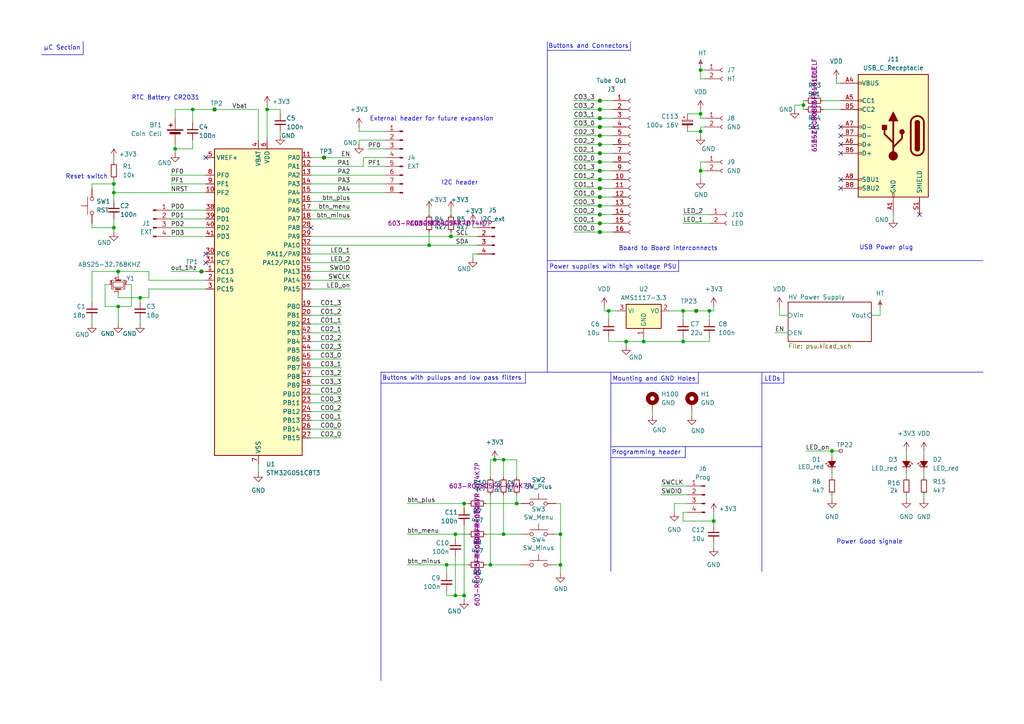
<source format=kicad_sch>
(kicad_sch (version 20250114) (generator "eeschema") (generator_version "9.0")
  (paper "A4")
  (title_block (title "Nixie Tube Clock") (date "2024-10-17") (rev "2.0") (company "C-Audio"))
  (text "Board to Board interconnects" (at 193.802 72.136 0) (effects (font (size 1.27 1.27))))
  (text "RTC Battery CR2031" (at 48.006 28.448 0) (effects (font (size 1.27 1.27))))
  (text "µC Section" (at 18.034 13.97 0) (effects (font (size 1.27 1.27))))
  (text "Programming header" (at 187.452 131.318 0) (effects (font (size 1.27 1.27))))
  (text "External header for future expansion" (at 125.222 34.544 0) (effects (font (size 1.27 1.27))))
  (text "Mounting and GND Holes" (at 189.738 109.982 0) (effects (font (size 1.27 1.27))))
  (text "Power supplies with high voltage PSU" (at 177.8 77.47 0) (effects (font (size 1.27 1.27))))
  (text "Buttons with pullups and low pass filters\n" (at 131.064 109.728 0) (effects (font (size 1.27 1.27))))
  (text "Power Good signale" (at 252.222 157.226 0) (effects (font (size 1.27 1.27))))
  (text "I2C header" (at 133.35 53.086 0) (effects (font (size 1.27 1.27))))
  (text "USB Power plug" (at 257.048 71.882 0) (effects (font (size 1.27 1.27))))
  (text "Reset switch" (at 25.146 51.308 0) (effects (font (size 1.27 1.27))))
  (text "LEDs" (at 224.028 109.982 0) (effects (font (size 1.27 1.27))))
  (text "Buttons and Connectors" (at 170.688 13.462 0) (effects (font (size 1.27 1.27))))
  (junction (at 40.64 86.36))
  (junction (at 34.29 88.9))
  (junction (at 205.74 90.17))
  (junction (at 181.61 99.06))
  (junction (at 58.42 78.74))
  (junction (at 143.51 133.35))
  (junction (at 233.045 30.48))
  (junction (at 62.23 31.75))
  (junction (at 173.99 67.31))
  (junction (at 173.99 54.61))
  (junction (at 173.99 59.69))
  (junction (at 203.2 38.1))
  (junction (at 173.99 34.29))
  (junction (at 173.99 62.23))
  (junction (at 198.12 99.06))
  (junction (at 241.3 130.81))
  (junction (at 173.99 36.83))
  (junction (at 198.12 90.17))
  (junction (at 173.99 29.21))
  (junction (at 173.99 52.07))
  (junction (at 34.29 78.74))
  (junction (at 176.53 90.17))
  (junction (at 134.62 146.05))
  (junction (at 134.62 172.72))
  (junction (at 203.2 49.53))
  (junction (at 33.02 53.34))
  (junction (at 50.8 43.18))
  (junction (at 162.56 154.94))
  (junction (at 173.99 57.15))
  (junction (at 173.99 41.91))
  (junction (at 33.02 66.04))
  (junction (at 77.47 31.75))
  (junction (at 93.98 45.72))
  (junction (at 146.05 154.94))
  (junction (at 203.2 33.02))
  (junction (at 203.2 20.32))
  (junction (at 142.24 163.83))
  (junction (at 132.08 172.72))
  (junction (at 173.99 44.45))
  (junction (at 132.08 154.94))
  (junction (at 149.86 146.05))
  (junction (at 162.56 163.83))
  (junction (at 173.99 49.53))
  (junction (at 130.81 68.58))
  (junction (at 129.54 163.83))
  (junction (at 173.99 31.75))
  (junction (at 173.99 46.99))
  (junction (at 207.01 151.13))
  (junction (at 124.46 71.12))
  (junction (at 55.88 31.75))
  (junction (at 33.02 55.88))
  (junction (at 201.93 90.17))
  (junction (at 146.05 133.35))
  (junction (at 186.69 99.06))
  (junction (at 173.99 39.37))
  (junction (at 173.99 64.77))
  (no_connect (at 243.84 41.91))
  (no_connect (at 243.84 44.45))
  (no_connect (at 266.7 62.23))
  (no_connect (at 243.84 39.37))
  (no_connect (at 59.69 45.72))
  (no_connect (at 90.17 66.04))
  (no_connect (at 59.69 76.2))
  (no_connect (at 243.84 36.83))
  (no_connect (at 243.84 52.07))
  (no_connect (at 243.84 54.61))
  (no_connect (at 59.69 73.66))
  (wire (pts (xy 50.8 44.45) (xy 50.8 43.18)))
  (wire (pts (xy 198.12 92.71) (xy 198.12 90.17)))
  (wire (pts (xy 207.01 90.17) (xy 205.74 90.17)))
  (wire (pts (xy 142.24 133.35) (xy 143.51 133.35)))
  (wire (pts (xy 203.2 31.75) (xy 203.2 33.02)))
  (wire (pts (xy 146.05 133.35) (xy 149.86 133.35)))
  (wire (pts (xy 118.11 154.94) (xy 132.08 154.94)))
  (wire (pts (xy 34.29 88.9) (xy 30.48 88.9)))
  (wire (pts (xy 26.67 53.34) (xy 26.67 54.61)))
  (wire (pts (xy 176.53 90.17) (xy 179.07 90.17)))
  (wire (pts (xy 49.53 60.96) (xy 59.69 60.96)))
  (wire (pts (xy 33.02 45.72) (xy 33.02 46.99)))
  (wire (pts (xy 226.06 91.44) (xy 226.06 88.9)))
  (wire (pts (xy 26.67 64.77) (xy 26.67 66.04)))
  (wire (pts (xy 173.99 39.37) (xy 166.37 39.37)))
  (polyline (pts (xy 24.13 12.065) (xy 24.13 15.875)))
  (wire (pts (xy 105.41 45.72) (xy 111.76 45.72)))
  (wire (pts (xy 177.8 57.15) (xy 173.99 57.15)))
  (wire (pts (xy 262.89 137.16) (xy 262.89 138.43)))
  (wire (pts (xy 101.6 78.74) (xy 90.17 78.74)))
  (wire (pts (xy 207.01 88.9) (xy 207.01 90.17)))
  (wire (pts (xy 134.62 172.72) (xy 134.62 152.4)))
  (wire (pts (xy 132.08 161.29) (xy 132.08 172.72)))
  (wire (pts (xy 198.12 64.77) (xy 205.74 64.77)))
  (wire (pts (xy 43.18 83.82) (xy 43.18 86.36)))
  (wire (pts (xy 230.505 30.48) (xy 230.505 31.75)))
  (wire (pts (xy 30.48 88.9) (xy 30.48 82.55)))
  (polyline (pts (xy 177.165 107.95) (xy 177.165 165.735)))
  (wire (pts (xy 198.12 90.17) (xy 194.31 90.17)))
  (wire (pts (xy 90.17 68.58) (xy 130.81 68.58)))
  (wire (pts (xy 207.01 151.13) (xy 207.01 152.4)))
  (wire (pts (xy 49.53 78.74) (xy 58.42 78.74)))
  (wire (pts (xy 55.88 43.18) (xy 50.8 43.18)))
  (wire (pts (xy 149.86 133.35) (xy 149.86 138.43)))
  (wire (pts (xy 233.045 30.48) (xy 230.505 30.48)))
  (wire (pts (xy 43.18 86.36) (xy 40.64 86.36)))
  (wire (pts (xy 166.37 64.77) (xy 173.99 64.77)))
  (wire (pts (xy 34.29 86.36) (xy 34.29 85.09)))
  (wire (pts (xy 130.81 60.96) (xy 130.81 62.23)))
  (wire (pts (xy 90.17 53.34) (xy 111.76 53.34)))
  (wire (pts (xy 186.69 99.06) (xy 198.12 99.06)))
  (wire (pts (xy 242.57 22.86) (xy 242.57 24.13)))
  (wire (pts (xy 43.18 78.74) (xy 34.29 78.74)))
  (wire (pts (xy 38.1 88.9) (xy 34.29 88.9)))
  (wire (pts (xy 99.06 91.44) (xy 90.17 91.44)))
  (wire (pts (xy 43.18 81.28) (xy 43.18 78.74)))
  (wire (pts (xy 26.67 92.71) (xy 26.67 93.98)))
  (wire (pts (xy 262.89 130.81) (xy 262.89 132.08)))
  (wire (pts (xy 177.8 67.31) (xy 173.99 67.31)))
  (wire (pts (xy 233.045 31.75) (xy 233.045 30.48)))
  (wire (pts (xy 173.99 44.45) (xy 166.37 44.45)))
  (polyline (pts (xy 158.75 107.95) (xy 285.115 107.95)))
  (wire (pts (xy 33.02 53.34) (xy 26.67 53.34)))
  (wire (pts (xy 33.02 55.88) (xy 59.69 55.88)))
  (wire (pts (xy 90.17 50.8) (xy 111.76 50.8)))
  (wire (pts (xy 146.05 143.51) (xy 146.05 154.94)))
  (wire (pts (xy 189.23 120.65) (xy 189.23 119.38)))
  (wire (pts (xy 177.8 49.53) (xy 173.99 49.53)))
  (polyline (pts (xy 110.49 111.125) (xy 152.4 111.125)))
  (wire (pts (xy 207.01 157.48) (xy 207.01 158.75)))
  (wire (pts (xy 26.67 78.74) (xy 26.67 87.63)))
  (wire (pts (xy 33.02 63.5) (xy 33.02 66.04)))
  (wire (pts (xy 149.86 146.05) (xy 151.13 146.05)))
  (wire (pts (xy 140.97 154.94) (xy 146.05 154.94)))
  (wire (pts (xy 238.76 29.21) (xy 243.84 29.21)))
  (wire (pts (xy 267.97 130.81) (xy 267.97 132.08)))
  (wire (pts (xy 134.62 172.72) (xy 134.62 173.99)))
  (wire (pts (xy 74.93 31.75) (xy 62.23 31.75)))
  (wire (pts (xy 99.06 93.98) (xy 90.17 93.98)))
  (wire (pts (xy 181.61 99.06) (xy 181.61 100.33)))
  (wire (pts (xy 177.8 54.61) (xy 173.99 54.61)))
  (wire (pts (xy 199.39 33.02) (xy 203.2 33.02)))
  (wire (pts (xy 124.46 67.31) (xy 124.46 71.12)))
  (wire (pts (xy 132.08 172.72) (xy 129.54 172.72)))
  (wire (pts (xy 205.74 92.71) (xy 205.74 90.17)))
  (wire (pts (xy 203.2 49.53) (xy 203.2 46.99)))
  (wire (pts (xy 173.99 62.23) (xy 166.37 62.23)))
  (wire (pts (xy 166.37 54.61) (xy 173.99 54.61)))
  (wire (pts (xy 177.8 52.07) (xy 173.99 52.07)))
  (wire (pts (xy 105.41 48.26) (xy 105.41 45.72)))
  (wire (pts (xy 142.24 143.51) (xy 142.24 163.83)))
  (wire (pts (xy 90.17 83.82) (xy 101.6 83.82)))
  (wire (pts (xy 161.29 154.94) (xy 162.56 154.94)))
  (wire (pts (xy 55.88 31.75) (xy 55.88 35.56)))
  (wire (pts (xy 36.83 82.55) (xy 38.1 82.55)))
  (wire (pts (xy 33.02 52.07) (xy 33.02 53.34)))
  (wire (pts (xy 177.8 34.29) (xy 173.99 34.29)))
  (wire (pts (xy 99.06 116.84) (xy 90.17 116.84)))
  (wire (pts (xy 177.8 41.91) (xy 173.99 41.91)))
  (wire (pts (xy 203.2 33.02) (xy 203.2 34.29)))
  (polyline (pts (xy 177.165 129.54) (xy 220.98 129.54)))
  (wire (pts (xy 93.98 45.72) (xy 90.17 45.72)))
  (wire (pts (xy 99.06 104.14) (xy 90.17 104.14)))
  (wire (pts (xy 203.2 38.1) (xy 203.2 39.37)))
  (wire (pts (xy 104.14 36.83) (xy 104.14 38.1)))
  (wire (pts (xy 161.29 163.83) (xy 162.56 163.83)))
  (wire (pts (xy 173.99 59.69) (xy 166.37 59.69)))
  (wire (pts (xy 166.37 31.75) (xy 173.99 31.75)))
  (wire (pts (xy 198.12 148.59) (xy 198.12 151.13)))
  (wire (pts (xy 55.88 40.64) (xy 55.88 43.18)))
  (wire (pts (xy 34.29 88.9) (xy 34.29 93.98)))
  (wire (pts (xy 40.64 86.36) (xy 40.64 87.63)))
  (wire (pts (xy 137.16 74.93) (xy 137.16 73.66)))
  (wire (pts (xy 101.6 45.72) (xy 93.98 45.72)))
  (wire (pts (xy 138.43 68.58) (xy 130.81 68.58)))
  (wire (pts (xy 138.43 71.12) (xy 124.46 71.12)))
  (wire (pts (xy 90.17 55.88) (xy 111.76 55.88)))
  (polyline (pts (xy 12.065 15.875) (xy 24.13 15.875)))
  (wire (pts (xy 177.8 59.69) (xy 173.99 59.69)))
  (wire (pts (xy 99.06 124.46) (xy 90.17 124.46)))
  (wire (pts (xy 99.06 121.92) (xy 90.17 121.92)))
  (wire (pts (xy 205.74 99.06) (xy 205.74 97.79)))
  (wire (pts (xy 101.6 63.5) (xy 90.17 63.5)))
  (polyline (pts (xy 198.755 132.715) (xy 198.755 129.54)))
  (wire (pts (xy 99.06 88.9) (xy 90.17 88.9)))
  (wire (pts (xy 162.56 154.94) (xy 162.56 146.05)))
  (wire (pts (xy 142.24 138.43) (xy 142.24 133.35)))
  (wire (pts (xy 205.74 62.23) (xy 198.12 62.23)))
  (polyline (pts (xy 182.88 12.065) (xy 182.88 14.605)))
  (wire (pts (xy 233.045 29.21) (xy 233.68 29.21)))
  (wire (pts (xy 104.14 38.1) (xy 111.76 38.1)))
  (wire (pts (xy 173.99 29.21) (xy 166.37 29.21)))
  (wire (pts (xy 259.08 63.5) (xy 259.08 62.23)))
  (wire (pts (xy 59.69 83.82) (xy 43.18 83.82)))
  (wire (pts (xy 40.64 86.36) (xy 34.29 86.36)))
  (wire (pts (xy 252.73 91.44) (xy 255.27 91.44)))
  (wire (pts (xy 124.46 60.96) (xy 124.46 62.23)))
  (wire (pts (xy 177.8 29.21) (xy 173.99 29.21)))
  (wire (pts (xy 203.2 38.1) (xy 199.39 38.1)))
  (wire (pts (xy 195.58 146.05) (xy 199.39 146.05)))
  (wire (pts (xy 241.3 137.16) (xy 241.3 138.43)))
  (wire (pts (xy 177.8 62.23) (xy 173.99 62.23)))
  (wire (pts (xy 81.28 39.37) (xy 81.28 38.1)))
  (wire (pts (xy 104.14 40.64) (xy 104.14 41.91)))
  (wire (pts (xy 241.3 143.51) (xy 241.3 144.78)))
  (wire (pts (xy 90.17 71.12) (xy 124.46 71.12)))
  (wire (pts (xy 49.53 68.58) (xy 59.69 68.58)))
  (polyline (pts (xy 202.565 111.125) (xy 202.565 107.95)))
  (wire (pts (xy 33.02 55.88) (xy 33.02 58.42)))
  (wire (pts (xy 99.06 114.3) (xy 90.17 114.3)))
  (wire (pts (xy 143.51 133.35) (xy 146.05 133.35)))
  (wire (pts (xy 49.53 53.34) (xy 59.69 53.34)))
  (wire (pts (xy 33.02 66.04) (xy 33.02 67.31)))
  (wire (pts (xy 177.8 46.99) (xy 173.99 46.99)))
  (wire (pts (xy 111.76 40.64) (xy 104.14 40.64)))
  (wire (pts (xy 81.28 31.75) (xy 81.28 33.02)))
  (wire (pts (xy 203.2 19.05) (xy 203.2 20.32)))
  (polyline (pts (xy 220.98 111.125) (xy 227.33 111.125)))
  (polyline (pts (xy 158.75 75.565) (xy 158.75 107.95)))
  (wire (pts (xy 26.67 66.04) (xy 33.02 66.04)))
  (polyline (pts (xy 158.75 75.565) (xy 285.115 75.565)))
  (wire (pts (xy 43.18 81.28) (xy 59.69 81.28)))
  (wire (pts (xy 238.76 31.75) (xy 243.84 31.75)))
  (wire (pts (xy 129.54 166.37) (xy 129.54 163.83)))
  (wire (pts (xy 49.53 66.04) (xy 59.69 66.04)))
  (wire (pts (xy 134.62 172.72) (xy 132.08 172.72)))
  (wire (pts (xy 99.06 111.76) (xy 90.17 111.76)))
  (wire (pts (xy 162.56 146.05) (xy 161.29 146.05)))
  (wire (pts (xy 166.37 46.99) (xy 173.99 46.99)))
  (wire (pts (xy 200.66 119.38) (xy 200.66 120.65)))
  (wire (pts (xy 166.37 34.29) (xy 173.99 34.29)))
  (wire (pts (xy 191.77 143.51) (xy 199.39 143.51)))
  (wire (pts (xy 74.93 134.62) (xy 74.93 137.16)))
  (wire (pts (xy 203.2 52.07) (xy 203.2 49.53)))
  (polyline (pts (xy 158.75 14.605) (xy 182.88 14.605)))
  (wire (pts (xy 176.53 97.79) (xy 176.53 99.06)))
  (wire (pts (xy 166.37 36.83) (xy 173.99 36.83)))
  (wire (pts (xy 142.24 163.83) (xy 151.13 163.83)))
  (wire (pts (xy 99.06 96.52) (xy 90.17 96.52)))
  (wire (pts (xy 106.68 48.26) (xy 111.76 48.26)))
  (wire (pts (xy 132.08 154.94) (xy 135.89 154.94)))
  (wire (pts (xy 101.6 73.66) (xy 90.17 73.66)))
  (wire (pts (xy 132.08 156.21) (xy 132.08 154.94)))
  (wire (pts (xy 173.99 52.07) (xy 166.37 52.07)))
  (wire (pts (xy 77.47 31.75) (xy 81.28 31.75)))
  (wire (pts (xy 175.26 88.9) (xy 175.26 90.17)))
  (wire (pts (xy 198.12 99.06) (xy 198.12 97.79)))
  (wire (pts (xy 90.17 81.28) (xy 101.6 81.28)))
  (wire (pts (xy 242.57 24.13) (xy 243.84 24.13)))
  (polyline (pts (xy 110.49 107.95) (xy 110.49 197.485)))
  (wire (pts (xy 149.86 143.51) (xy 149.86 146.05)))
  (wire (pts (xy 177.8 31.75) (xy 173.99 31.75)))
  (wire (pts (xy 140.97 163.83) (xy 142.24 163.83)))
  (wire (pts (xy 138.43 66.04) (xy 137.16 66.04)))
  (wire (pts (xy 129.54 171.45) (xy 129.54 172.72)))
  (wire (pts (xy 186.69 99.06) (xy 186.69 97.79)))
  (wire (pts (xy 199.39 148.59) (xy 198.12 148.59)))
  (wire (pts (xy 207.01 151.13) (xy 207.01 148.59)))
  (wire (pts (xy 191.77 140.97) (xy 199.39 140.97)))
  (wire (pts (xy 146.05 154.94) (xy 151.13 154.94)))
  (wire (pts (xy 90.17 48.26) (xy 105.41 48.26)))
  (wire (pts (xy 58.42 78.74) (xy 59.69 78.74)))
  (wire (pts (xy 198.12 99.06) (xy 205.74 99.06)))
  (wire (pts (xy 175.26 90.17) (xy 176.53 90.17)))
  (wire (pts (xy 241.3 130.81) (xy 241.3 132.08)))
  (polyline (pts (xy 227.33 111.125) (xy 227.33 107.95)))
  (wire (pts (xy 204.47 49.53) (xy 203.2 49.53)))
  (wire (pts (xy 177.8 39.37) (xy 173.99 39.37)))
  (wire (pts (xy 77.47 30.48) (xy 77.47 31.75)))
  (wire (pts (xy 262.89 143.51) (xy 262.89 144.78)))
  (wire (pts (xy 198.12 151.13) (xy 207.01 151.13)))
  (wire (pts (xy 130.81 67.31) (xy 130.81 68.58)))
  (wire (pts (xy 224.79 96.52) (xy 228.6 96.52)))
  (wire (pts (xy 203.2 36.83) (xy 203.2 38.1)))
  (wire (pts (xy 201.93 90.17) (xy 205.74 90.17)))
  (polyline (pts (xy 220.98 107.95) (xy 220.98 165.735)))
  (wire (pts (xy 166.37 49.53) (xy 173.99 49.53)))
  (wire (pts (xy 30.48 82.55) (xy 31.75 82.55)))
  (polyline (pts (xy 177.165 111.125) (xy 202.565 111.125)))
  (wire (pts (xy 137.16 73.66) (xy 138.43 73.66)))
  (wire (pts (xy 204.47 20.32) (xy 203.2 20.32)))
  (wire (pts (xy 198.12 90.17) (xy 201.93 90.17)))
  (wire (pts (xy 99.06 106.68) (xy 90.17 106.68)))
  (wire (pts (xy 74.93 40.64) (xy 74.93 31.75)))
  (wire (pts (xy 203.2 22.86) (xy 204.47 22.86)))
  (wire (pts (xy 195.58 148.59) (xy 195.58 146.05)))
  (wire (pts (xy 203.2 36.83) (xy 204.47 36.83)))
  (wire (pts (xy 140.97 146.05) (xy 149.86 146.05)))
  (wire (pts (xy 101.6 76.2) (xy 90.17 76.2)))
  (wire (pts (xy 118.11 146.05) (xy 134.62 146.05)))
  (wire (pts (xy 176.53 99.06) (xy 181.61 99.06)))
  (wire (pts (xy 135.89 146.05) (xy 134.62 146.05)))
  (wire (pts (xy 173.99 67.31) (xy 166.37 67.31)))
  (wire (pts (xy 129.54 163.83) (xy 135.89 163.83)))
  (wire (pts (xy 55.88 31.75) (xy 50.8 31.75)))
  (wire (pts (xy 34.29 78.74) (xy 34.29 80.01)))
  (wire (pts (xy 101.6 60.96) (xy 90.17 60.96)))
  (wire (pts (xy 267.97 143.51) (xy 267.97 144.78)))
  (wire (pts (xy 146.05 133.35) (xy 146.05 138.43)))
  (polyline (pts (xy 152.4 111.125) (xy 152.4 107.95)))
  (wire (pts (xy 267.97 137.16) (xy 267.97 138.43)))
  (wire (pts (xy 203.2 34.29) (xy 204.47 34.29)))
  (wire (pts (xy 233.68 130.81) (xy 241.3 130.81)))
  (wire (pts (xy 99.06 119.38) (xy 90.17 119.38)))
  (polyline (pts (xy 158.75 12.065) (xy 158.75 75.565)))
  (wire (pts (xy 177.8 64.77) (xy 173.99 64.77)))
  (wire (pts (xy 33.02 53.34) (xy 33.02 55.88)))
  (wire (pts (xy 38.1 82.55) (xy 38.1 88.9)))
  (wire (pts (xy 173.99 57.15) (xy 166.37 57.15)))
  (wire (pts (xy 101.6 58.42) (xy 90.17 58.42)))
  (wire (pts (xy 203.2 46.99) (xy 204.47 46.99)))
  (wire (pts (xy 173.99 41.91) (xy 166.37 41.91)))
  (wire (pts (xy 50.8 31.75) (xy 50.8 34.29)))
  (wire (pts (xy 228.6 91.44) (xy 226.06 91.44)))
  (wire (pts (xy 233.045 30.48) (xy 233.045 29.21)))
  (polyline (pts (xy 177.165 132.715) (xy 198.755 132.715)))
  (wire (pts (xy 49.53 50.8) (xy 59.69 50.8)))
  (wire (pts (xy 106.68 43.18) (xy 111.76 43.18)))
  (wire (pts (xy 40.64 92.71) (xy 40.64 93.98)))
  (wire (pts (xy 99.06 127) (xy 90.17 127)))
  (wire (pts (xy 62.23 31.75) (xy 55.88 31.75)))
  (wire (pts (xy 90.17 109.22) (xy 99.06 109.22)))
  (wire (pts (xy 177.8 44.45) (xy 173.99 44.45)))
  (wire (pts (xy 203.2 20.32) (xy 203.2 22.86)))
  (wire (pts (xy 137.16 66.04) (xy 137.16 64.77)))
  (polyline (pts (xy 158.75 107.95) (xy 110.49 107.95)))
  (wire (pts (xy 49.53 63.5) (xy 59.69 63.5)))
  (wire (pts (xy 255.27 91.44) (xy 255.27 88.9)))
  (wire (pts (xy 177.8 36.83) (xy 173.99 36.83)))
  (wire (pts (xy 99.06 101.6) (xy 90.17 101.6)))
  (wire (pts (xy 134.62 147.32) (xy 134.62 146.05)))
  (polyline (pts (xy 158.75 78.74) (xy 196.85 78.74)))
  (wire (pts (xy 233.68 31.75) (xy 233.045 31.75)))
  (wire (pts (xy 118.11 163.83) (xy 129.54 163.83)))
  (polyline (pts (xy 196.85 78.74) (xy 196.85 75.565)))
  (wire (pts (xy 176.53 92.71) (xy 176.53 90.17)))
  (wire (pts (xy 50.8 41.91) (xy 50.8 43.18)))
  (wire (pts (xy 181.61 99.06) (xy 186.69 99.06)))
  (wire (pts (xy 77.47 40.64) (xy 77.47 31.75)))
  (wire (pts (xy 26.67 78.74) (xy 34.29 78.74)))
  (wire (pts (xy 162.56 166.37) (xy 162.56 163.83)))
  (wire (pts (xy 243.84 130.81) (xy 241.3 130.81)))
  (wire (pts (xy 99.06 99.06) (xy 90.17 99.06)))
  (wire (pts (xy 162.56 163.83) (xy 162.56 154.94)))
  (label "PF0" (at 49.53 50.8 0))
  (label "CO3_3" (at 166.37 29.21 0))
  (label "CO3_1" (at 99.06 106.68 180))
  (label "CO0_2" (at 166.37 62.23 0))
  (label "SWDIO" (at 101.6 78.74 180))
  (label "CO0_1" (at 99.06 121.92 180))
  (label "CO0_0" (at 99.06 124.46 180))
  (label "CO1_0" (at 166.37 57.15 0))
  (label "CO3_0" (at 99.06 104.14 180))
  (label "CO1_3" (at 166.37 49.53 0))
  (label "CO2_2" (at 99.06 99.06 180))
  (label "btn_minus" (at 118.11 163.83 0))
  (label "CO2_3" (at 166.37 39.37 0))
  (label "CO2_0" (at 99.06 127 180))
  (label "CO2_0" (at 166.37 46.99 0))
  (label "CO0_1" (at 166.37 64.77 0))
  (label "LED_on" (at 233.68 130.81 0))
  (label "LED_on" (at 101.6 83.82 180))
  (label "btn_menu" (at 118.11 154.94 0))
  (label "PD2" (at 49.53 66.04 0))
  (label "CO3_2" (at 166.37 31.75 0))
  (label "CO1_0" (at 99.06 114.3 180))
  (label "CO0_2" (at 99.06 119.38 180))
  (label "CO3_1" (at 166.37 34.29 0))
  (label "SDA" (at 135.89 71.12 180))
  (label "CO1_1" (at 166.37 54.61 0))
  (label "LED_2" (at 101.6 76.2 180))
  (label "EN" (at 101.6 45.72 180))
  (label "CO2_3" (at 99.06 101.6 180))
  (label "EN" (at 224.79 96.52 0))
  (label "btn_minus" (at 101.6 63.5 180))
  (label "PF0" (at 106.68 43.18 0))
  (label "CO1_1" (at 99.06 93.98 180))
  (label "PA4" (at 101.6 55.88 180))
  (label "PA3" (at 101.6 53.34 180))
  (label "LED_2" (at 198.12 62.23 0))
  (label "Vbat" (at 67.31 31.75 0))
  (label "LED_1" (at 198.12 64.77 0))
  (label "CO0_3" (at 99.06 116.84 180))
  (label "CO2_1" (at 99.06 96.52 180))
  (label "CO0_0" (at 166.37 67.31 0))
  (label "PD0" (at 49.53 60.96 0))
  (label "CO3_3" (at 99.06 111.76 180))
  (label "out_1hz" (at 49.53 78.74 0))
  (label "SWCLK" (at 101.6 81.28 180))
  (label "CO1_3" (at 99.06 88.9 180))
  (label "PF1" (at 106.68 48.26 0))
  (label "PA1" (at 101.6 48.26 180))
  (label "CO2_1" (at 166.37 44.45 0))
  (label "btn_menu" (at 101.6 60.96 180))
  (label "PD3" (at 49.53 68.58 0))
  (label "btn_plus" (at 101.6 58.42 180))
  (label "CO3_0" (at 166.37 36.83 0))
  (label "SWCLK" (at 191.77 140.97 0))
  (label "CO2_2" (at 166.37 41.91 0))
  (label "LED_1" (at 101.6 73.66 180))
  (label "CO1_2" (at 166.37 52.07 0))
  (label "SCL" (at 135.89 68.58 180))
  (label "CO3_2" (at 99.06 109.22 180))
  (label "CO1_2" (at 99.06 91.44 180))
  (label "NRST" (at 49.53 55.88 0))
  (label "PF1" (at 49.53 53.34 0))
  (label "btn_plus" (at 118.11 146.05 0))
  (label "PD1" (at 49.53 63.5 0))
  (label "PA2" (at 101.6 50.8 180))
  (label "SWDIO" (at 191.77 143.51 0))
  (label "CO0_3" (at 166.37 59.69 0))
  (symbol (lib_id "Device:R_Small") (at 130.81 64.77 0) (unit 1)
    (property "Reference" "R5" (at 132.3086 63.6016 0) (effects (justify left)))
    (property "Value" "4k7" (at 132.3086 65.913 0) (effects (justify left)))
    (property "Footprint" "Resistor_SMD:R_0805_2012Metric_Pad1.20x1.40mm_HandSolder" (effects (hide yes)))
    (property "Mouser Nr." " 603-RC0805FR-074K7P " (at 130.81 64.77 0))
  )
  (symbol (lib_id "Device:R_Small") (at 124.46 64.77 0) (unit 1)
    (property "Reference" "R4" (at 125.9586 63.6016 0) (effects (justify left)))
    (property "Value" "4k7" (at 125.9586 65.913 0) (effects (justify left)))
    (property "Footprint" "Resistor_SMD:R_0805_2012Metric_Pad1.20x1.40mm_HandSolder" (effects (hide yes)))
    (property "Mouser Nr." " 603-RC0805FR-074K7P " (at 124.46 64.77 0))
  )
  (symbol (lib_id "power:GND") (at 162.56 166.37 0) (unit 1)
    (property "Reference" "#PWR032" (effects (hide yes)))
    (property "Value" "GND" (at 162.687 170.7642 0))
  )
  (symbol (lib_id "Switch:SW_Push") (at 156.21 146.05 0) (unit 1)
    (property "Reference" "SW2" (at 156.21 139.192 0))
    (property "Value" "SW_Plus" (at 156.21 141.1224 0))
    (property "Footprint" "Button_Switch_THT:SW_Tactile_SPST_Angled_PTS645Vx31-2LFS" (effects (hide yes)))
  )
  (symbol (lib_id "Switch:SW_Push") (at 156.21 154.94 0) (unit 1)
    (property "Reference" "SW3" (at 156.21 147.701 0))
    (property "Value" "SW_Menu" (at 156.21 150.0124 0))
    (property "Footprint" "Button_Switch_THT:SW_Tactile_SPST_Angled_PTS645Vx31-2LFS" (effects (hide yes)))
  )
  (symbol (lib_id "Switch:SW_Push") (at 156.21 163.83 0) (unit 1)
    (property "Reference" "SW4" (at 156.21 156.591 0))
    (property "Value" "SW_Minus" (at 156.21 158.9024 0))
    (property "Footprint" "Button_Switch_THT:SW_Tactile_SPST_Angled_PTS645Vx31-2LFS" (effects (hide yes)))
  )
  (symbol (lib_id "power:GND") (at 203.2 39.37 0) (unit 1)
    (property "Reference" "#PWR029" (effects (hide yes)))
    (property "Value" "GND" (at 205.486 43.18 0))
  )
  (symbol (lib_id "power:GND") (at 203.2 52.07 0) (unit 1)
    (property "Reference" "#PWR030" (effects (hide yes)))
    (property "Value" "GND" (at 203.327 56.4642 0))
  )
  (symbol (lib_id "power:HT") (at 203.2 19.05 0) (unit 1)
    (property "Reference" "#PWR027" (effects (hide yes)))
    (property "Value" "HT" (at 203.708 15.4178 0))
  )
  (symbol (lib_name "GND_2") (lib_id "power:GND") (at 74.93 137.16 0) (unit 1)
    (property "Reference" "#PWR09" (effects (hide yes)))
    (property "Value" "GND" (at 74.93 142.24 0))
    (property "Description" "Power symbol creates a global label with name \"GND\" , ground" (effects (hide yes)))
  )
  (symbol (lib_name "GND_4") (lib_id "power:GND") (at 230.505 31.75 0) (unit 1)
    (property "Reference" "#PWR0114" (effects (hide yes)))
    (property "Value" "GND" (at 227.965 31.75 0))
  )
  (symbol (lib_name "GND_4") (lib_id "power:GND") (at 33.02 67.31 0) (unit 1)
    (property "Reference" "#PWR03" (effects (hide yes)))
    (property "Value" "GND" (at 30.226 70.358 0))
    (property "Description" "Power symbol creates a global label with name \"GND\" , ground" (effects (hide yes)))
  )
  (symbol (lib_id "power:VDD") (at 226.06 88.9 0) (unit 1)
    (property "Reference" "#PWR023" (effects (hide yes)))
    (property "Value" "VDD" (at 226.06 83.82 0))
    (property "Description" "Power symbol creates a global label with name \"VDD\"" (effects (hide yes)))
  )
  (symbol (lib_id "Device:R_Small") (at 138.43 146.05 90) (unit 1)
    (property "Reference" "R7" (at 138.43 148.336 90))
    (property "Value" "4k7" (at 138.43 150.876 90))
    (property "Footprint" "Resistor_SMD:R_0805_2012Metric_Pad1.20x1.40mm_HandSolder" (effects (hide yes)))
    (property "Description" "Resistor, small symbol" (effects (hide yes)))
    (property "Mouser Nr." " 603-RC0805FR-074K7P " (at 138.43 146.05 0))
  )
  (symbol (lib_id "Connector:TestPoint_Small") (at 173.99 57.15 0) (mirror x) (unit 1)
    (property "Reference" "TP15" (effects (hide yes)))
    (property "Value" "TestPoint_Small" (effects (hide yes)))
    (property "Footprint" "TestPoint:TestPoint_THTPad_D1.0mm_Drill0.5mm" (effects (hide yes)))
    (property "Description" "test point" (effects (hide yes)))
  )
  (symbol (lib_id "Device:C_Polarized_Small") (at 199.39 35.56 0) (unit 1)
    (property "Reference" "C113" (at 196.85 33.7438 0) (effects (justify right)))
    (property "Value" "100u 16V" (at 196.85 36.2838 0) (effects (justify right)))
    (property "Footprint" "Capacitor_SMD:CP_Elec_6.3x7.7" (effects (hide yes)))
    (property "Description" "Polarized capacitor, small symbol" (effects (hide yes)))
    (property "Mouser URL" "https://www.mouser.de/ProductDetail/Wurth-Elektronik/865080343009?qs=0KOYDY2FL28Gid9q%2FqirTQ%3D%3D" (effects (hide yes)))
    (property "Mouser Nr." "710-865080343009 " (effects (hide yes)))
  )
  (symbol (lib_id "Connector:TestPoint_Small") (at 173.99 44.45 0) (mirror x) (unit 1)
    (property "Reference" "TP10" (effects (hide yes)))
    (property "Value" "TestPoint_Small" (effects (hide yes)))
    (property "Footprint" "TestPoint:TestPoint_THTPad_D1.0mm_Drill0.5mm" (effects (hide yes)))
    (property "Description" "test point" (effects (hide yes)))
  )
  (symbol (lib_id "Device:C_Small") (at 207.01 154.94 0) (mirror y) (unit 1)
    (property "Reference" "C12" (at 204.47 153.6762 0) (effects (justify left)))
    (property "Value" "10u" (at 204.47 156.2162 0) (effects (justify left)))
    (property "Footprint" "Capacitor_SMD:C_0805_2012Metric_Pad1.18x1.45mm_HandSolder" (effects (hide yes)))
    (property "Description" "Unpolarized capacitor, small symbol" (effects (hide yes)))
    (property "Mouser Nr." " 187-CL21B106KPQNNNE " (effects (hide yes)))
  )
  (symbol (lib_id "Connector:TestPoint_Small") (at 243.84 130.81 0) (unit 1)
    (property "Reference" "TP22" (at 242.57 129.032 0) (effects (justify left)))
    (property "Value" "TestPoint_Small" (effects (hide yes)))
    (property "Footprint" "TestPoint:TestPoint_Pad_D1.5mm" (effects (hide yes)))
    (property "Description" "test point" (effects (hide yes)))
  )
  (symbol (lib_id "power:+3V3") (at 130.81 60.96 0) (unit 1)
    (property "Reference" "#PWR013" (effects (hide yes)))
    (property "Value" "+3V3" (at 133.35 57.912 0))
    (property "Description" "Power symbol creates a global label with name \"+3V3\"" (effects (hide yes)))
  )
  (symbol (lib_id "power:VDD") (at 242.57 22.86 0) (unit 1)
    (property "Reference" "#PWR0115" (effects (hide yes)))
    (property "Value" "VDD" (at 242.57 17.78 0))
    (property "Description" "Power symbol creates a global label with name \"VDD\"" (effects (hide yes)))
  )
  (symbol (lib_id "Connector:TestPoint_Small") (at 173.99 46.99 0) (mirror x) (unit 1)
    (property "Reference" "TP11" (effects (hide yes)))
    (property "Value" "TestPoint_Small" (effects (hide yes)))
    (property "Footprint" "TestPoint:TestPoint_THTPad_D1.0mm_Drill0.5mm" (effects (hide yes)))
    (property "Description" "test point" (effects (hide yes)))
  )
  (symbol (lib_id "Connector:Conn_01x02_Socket") (at 210.82 62.23 0) (unit 1)
    (property "Reference" "J10" (at 212.09 62.2299 0) (effects (justify left)))
    (property "Value" "LED" (at 212.09 64.7699 0) (effects (justify left)))
    (property "Footprint" "Connector_PinSocket_2.54mm:PinSocket_1x02_P2.54mm_Vertical" (effects (hide yes)))
    (property "Description" "Generic connector, single row, 01x02, script generated" (effects (hide yes)))
  )
  (symbol (lib_id "power:VDD") (at 203.2 31.75 0) (unit 1)
    (property "Reference" "#PWR017" (effects (hide yes)))
    (property "Value" "VDD" (at 203.2 26.67 0))
    (property "Description" "Power symbol creates a global label with name \"VDD\"" (effects (hide yes)))
  )
  (symbol (lib_id "Device:R_Small") (at 138.43 154.94 90) (unit 1)
    (property "Reference" "R8" (at 138.43 157.226 90))
    (property "Value" "4k7" (at 138.43 159.766 90))
    (property "Footprint" "Resistor_SMD:R_0805_2012Metric_Pad1.20x1.40mm_HandSolder" (effects (hide yes)))
    (property "Description" "Resistor, small symbol" (effects (hide yes)))
    (property "Mouser Nr." " 603-RC0805FR-074K7P " (at 138.43 154.94 0))
  )
  (symbol (lib_id "Connector:TestPoint_Small") (at 173.99 49.53 0) (mirror x) (unit 1)
    (property "Reference" "TP12" (effects (hide yes)))
    (property "Value" "TestPoint_Small" (effects (hide yes)))
    (property "Footprint" "TestPoint:TestPoint_THTPad_D1.0mm_Drill0.5mm" (effects (hide yes)))
    (property "Description" "test point" (effects (hide yes)))
  )
  (symbol (lib_name "GND_12") (lib_id "power:GND") (at 104.14 41.91 0) (unit 1)
    (property "Reference" "#PWR0127" (effects (hide yes)))
    (property "Value" "GND" (at 101.6 41.402 0))
    (property "Description" "Power symbol creates a global label with name \"GND\" , ground" (effects (hide yes)))
  )
  (symbol (lib_id "Device:Battery_Cell") (at 50.8 39.37 0) (mirror y) (unit 1)
    (property "Reference" "BT1" (at 46.99 36.2584 0) (effects (justify left)))
    (property "Value" "Coin Cell" (at 46.99 38.7984 0) (effects (justify left)))
    (property "Footprint" "Battery:BatteryHolder_Renata_SMTU2032-LF_1x2032" (effects (hide yes)))
    (property "Description" "Single-cell battery" (effects (hide yes)))
    (property "Mouser URL" "https://www.mouser.de/ProductDetail/Renata/SMTU2032-LF.TR?qs=ZH26iPUykMX3HPCVulIAgQ%3D%3D" (effects (hide yes)))
    (property "Mouser Nr." " 614-SMTU2032-LF.TR " (effects (hide yes)))
  )
  (symbol (lib_id "Connector:TestPoint_Small") (at 173.99 34.29 0) (mirror x) (unit 1)
    (property "Reference" "TP6" (effects (hide yes)))
    (property "Value" "TestPoint_Small" (effects (hide yes)))
    (property "Footprint" "TestPoint:TestPoint_THTPad_D1.0mm_Drill0.5mm" (effects (hide yes)))
    (property "Description" "test point" (effects (hide yes)))
  )
  (symbol (lib_id "Connector:Conn_01x16_Socket") (at 182.88 46.99 0) (unit 1)
    (property "Reference" "J3" (at 177.292 25.908 0))
    (property "Value" "Tube Out" (at 177.292 23.368 0))
    (property "Footprint" "Connector_PinSocket_2.54mm:PinSocket_2x08_P2.54mm_Vertical" (effects (hide yes)))
    (property "Description" "Generic connector, single row, 01x16, script generated" (effects (hide yes)))
  )
  (symbol (lib_id "Device:R_Small") (at 149.86 140.97 0) (mirror y) (unit 1)
    (property "Reference" "R12" (at 148.082 140.97 90))
    (property "Value" "4k7" (effects (hide yes)))
    (property "Footprint" "Resistor_SMD:R_0805_2012Metric_Pad1.20x1.40mm_HandSolder" (effects (hide yes)))
    (property "Description" "Resistor, small symbol" (effects (hide yes)))
    (property "Mouser Nr." " 603-RC0805FR-074K7P " (effects (hide yes)))
  )
  (symbol (lib_id "power:VDD") (at 267.97 130.81 0) (unit 1)
    (property "Reference" "#PWR019" (effects (hide yes)))
    (property "Value" "VDD" (at 267.97 125.73 0))
    (property "Description" "Power symbol creates a global label with name \"VDD\"" (effects (hide yes)))
  )
  (symbol (lib_id "Connector:TestPoint_Small") (at 173.99 31.75 0) (mirror x) (unit 1)
    (property "Reference" "TP5" (effects (hide yes)))
    (property "Value" "TestPoint_Small" (effects (hide yes)))
    (property "Footprint" "TestPoint:TestPoint_THTPad_D1.0mm_Drill0.5mm" (effects (hide yes)))
    (property "Description" "test point" (effects (hide yes)))
  )
  (symbol (lib_name "GND_9") (lib_id "power:GND") (at 259.08 63.5 0) (unit 1)
    (property "Reference" "#PWR0116" (effects (hide yes)))
    (property "Value" "GND" (at 255.778 63.754 0))
  )
  (symbol (lib_id "Connector:TestPoint_Small") (at 173.99 67.31 0) (mirror x) (unit 1)
    (property "Reference" "TP19" (effects (hide yes)))
    (property "Value" "TestPoint_Small" (effects (hide yes)))
    (property "Footprint" "TestPoint:TestPoint_THTPad_D1.0mm_Drill0.5mm" (effects (hide yes)))
    (property "Description" "test point" (effects (hide yes)))
  )
  (symbol (lib_id "Connector:TestPoint_Small") (at 173.99 41.91 0) (mirror x) (unit 1)
    (property "Reference" "TP9" (effects (hide yes)))
    (property "Value" "TestPoint_Small" (effects (hide yes)))
    (property "Footprint" "TestPoint:TestPoint_THTPad_D1.0mm_Drill0.5mm" (effects (hide yes)))
    (property "Description" "test point" (effects (hide yes)))
  )
  (symbol (lib_id "power:+3V3") (at 207.01 88.9 0) (unit 1)
    (property "Reference" "#PWR022" (effects (hide yes)))
    (property "Value" "+3V3" (at 207.01 83.82 0))
    (property "Description" "Power symbol creates a global label with name \"+3V3\"" (effects (hide yes)))
  )
  (symbol (lib_id "Device:R_Small") (at 236.22 31.75 270) (mirror x) (unit 1)
    (property "Reference" "R14" (at 234.315 34.29 90) (effects (justify left)))
    (property "Value" "5k1" (at 234.315 36.83 90) (effects (justify left)))
    (property "Footprint" "Resistor_SMD:R_0805_2012Metric_Pad1.20x1.40mm_HandSolder" (effects (hide yes)))
    (property "Mouser Nr." " 652-CR0805FX-5101ELF " (at 236.22 31.75 0))
  )
  (symbol (lib_id "Mechanical:MountingHole_Pad") (at 200.66 116.84 0) (unit 1) (exclude_from_sim yes) (in_bom no)
    (property "Reference" "H1" (at 203.2 114.2999 0) (effects (justify left)))
    (property "Value" "GND" (at 203.2 116.8399 0) (effects (justify left)))
    (property "Footprint" "TestPoint:TestPoint_Loop_D3.80mm_Drill2.0mm" (effects (hide yes)))
    (property "Description" "Mounting Hole with connection" (effects (hide yes)))
  )
  (symbol (lib_id "Device:C_Small") (at 26.67 90.17 0) (mirror y) (unit 1)
    (property "Reference" "C1" (at 24.892 88.9 0) (effects (justify left)))
    (property "Value" "18p" (at 24.892 91.44 0) (effects (justify left)))
    (property "Footprint" "Capacitor_SMD:C_0805_2012Metric_Pad1.18x1.45mm_HandSolder" (effects (hide yes)))
    (property "Description" "Unpolarized capacitor, small symbol" (effects (hide yes)))
    (property "Mouser Nr." " 80-C0805C180K5HACTU " (effects (hide yes)))
  )
  (symbol (lib_id "Device:LED_Small_Filled") (at 241.3 134.62 90) (unit 1)
    (property "Reference" "D1" (at 235.458 133.2865 90) (effects (justify right)))
    (property "Value" "LED_red" (at 231.394 135.382 90) (effects (justify right)))
    (property "Footprint" "LED_SMD:LED_0805_2012Metric_Pad1.15x1.40mm_HandSolder" (effects (hide yes)))
    (property "Description" "Light emitting diode, small symbol, filled shape" (effects (hide yes)))
  )
  (symbol (lib_id "Device:LED_Small_Filled") (at 262.89 134.62 270) (mirror x) (unit 1)
    (property "Reference" "D3" (at 260.35 133.2864 90) (effects (justify right)))
    (property "Value" "LED_red" (at 260.35 135.8264 90) (effects (justify right)))
    (property "Footprint" "LED_SMD:LED_0805_2012Metric_Pad1.15x1.40mm_HandSolder" (effects (hide yes)))
    (property "Description" "Light emitting diode, small symbol, filled shape" (effects (hide yes)))
  )
  (symbol (lib_id "power:+3V3") (at 124.46 60.96 0) (unit 1)
    (property "Reference" "#PWR012" (effects (hide yes)))
    (property "Value" "+3V3" (at 127 57.912 0))
    (property "Description" "Power symbol creates a global label with name \"+3V3\"" (effects (hide yes)))
  )
  (symbol (lib_id "Device:R_Small") (at 138.43 163.83 90) (unit 1)
    (property "Reference" "R9" (at 138.43 166.116 90))
    (property "Value" "4k7" (at 138.43 168.656 90))
    (property "Footprint" "Resistor_SMD:R_0805_2012Metric_Pad1.20x1.40mm_HandSolder" (effects (hide yes)))
    (property "Description" "Resistor, small symbol" (effects (hide yes)))
    (property "Mouser Nr." " 603-RC0805FR-074K7P " (at 138.43 163.83 0))
  )
  (symbol (lib_name "GND_7") (lib_id "power:GND") (at 50.8 44.45 0) (unit 1)
    (property "Reference" "#PWR08" (effects (hide yes)))
    (property "Value" "GND" (at 47.752 47.244 0))
    (property "Description" "Power symbol creates a global label with name \"GND\" , ground" (effects (hide yes)))
  )
  (symbol (lib_id "Device:C_Small") (at 134.62 149.86 0) (mirror y) (unit 1)
    (property "Reference" "C11" (at 132.842 148.59 0) (effects (justify left)))
    (property "Value" "100n" (at 132.842 151.13 0) (effects (justify left)))
    (property "Footprint" "Capacitor_SMD:C_0805_2012Metric_Pad1.18x1.45mm_HandSolder" (effects (hide yes)))
    (property "Description" "Unpolarized capacitor, small symbol" (effects (hide yes)))
  )
  (symbol (lib_id "Device:C_Small") (at 40.64 90.17 0) (unit 1)
    (property "Reference" "C3" (at 42.418 88.9 0) (effects (justify left)))
    (property "Value" "18p" (at 42.418 91.44 0) (effects (justify left)))
    (property "Footprint" "Capacitor_SMD:C_0805_2012Metric_Pad1.18x1.45mm_HandSolder" (effects (hide yes)))
    (property "Description" "Unpolarized capacitor, small symbol" (effects (hide yes)))
    (property "Mouser Nr." " 80-C0805C180K5HACTU " (effects (hide yes)))
  )
  (symbol (lib_id "Connector:TestPoint_Small") (at 93.98 45.72 0) (unit 1)
    (property "Reference" "TP3" (at 92.71 43.942 0) (effects (justify left)))
    (property "Value" "TestPoint_Small" (effects (hide yes)))
    (property "Footprint" "TestPoint:TestPoint_Pad_D1.5mm" (effects (hide yes)))
    (property "Description" "test point" (effects (hide yes)))
  )
  (symbol (lib_id "Connector:Conn_01x04_Pin") (at 44.45 63.5 0) (unit 1)
    (property "Reference" "J1" (at 42.418 64.77 0))
    (property "Value" "EXT" (at 42.418 67.31 0))
    (property "Footprint" "Connector_PinHeader_2.54mm:PinHeader_1x04_P2.54mm_Vertical" (effects (hide yes)))
    (property "Description" "Generic connector, single row, 01x04, script generated" (effects (hide yes)))
  )
  (symbol (lib_id "power:+3V3") (at 104.14 36.83 0) (unit 1)
    (property "Reference" "#PWR0126" (effects (hide yes)))
    (property "Value" "+3V3" (at 104.14 31.75 0))
    (property "Description" "Power symbol creates a global label with name \"+3V3\"" (effects (hide yes)))
  )
  (symbol (lib_id "Connector:TestPoint_Small") (at 173.99 36.83 0) (mirror x) (unit 1)
    (property "Reference" "TP7" (effects (hide yes)))
    (property "Value" "TestPoint_Small" (effects (hide yes)))
    (property "Footprint" "TestPoint:TestPoint_THTPad_D1.0mm_Drill0.5mm" (effects (hide yes)))
    (property "Description" "test point" (effects (hide yes)))
  )
  (symbol (lib_id "Device:R_Small") (at 262.89 140.97 0) (mirror y) (unit 1)
    (property "Reference" "R16" (at 259.207 140.081 0))
    (property "Value" "2k" (at 259.334 142.24 0))
    (property "Footprint" "Resistor_SMD:R_0805_2012Metric_Pad1.20x1.40mm_HandSolder" (effects (hide yes)))
    (property "Description" "Resistor, small symbol" (effects (hide yes)))
    (property "Mouser Nr." " 603-RC0805FR-132KL " (effects (hide yes)))
  )
  (symbol (lib_id "Device:C_Small") (at 132.08 158.75 0) (mirror y) (unit 1)
    (property "Reference" "C10" (at 130.302 157.48 0) (effects (justify left)))
    (property "Value" "100n" (at 130.302 160.02 0) (effects (justify left)))
    (property "Footprint" "Capacitor_SMD:C_0805_2012Metric_Pad1.18x1.45mm_HandSolder" (effects (hide yes)))
    (property "Description" "Unpolarized capacitor, small symbol" (effects (hide yes)))
  )
  (symbol (lib_id "Connector:TestPoint_Small") (at 58.42 78.74 0) (unit 1)
    (property "Reference" "TP1" (at 53.848 75.946 0) (effects (justify left)))
    (property "Value" "TestPoint_Small" (effects (hide yes)))
    (property "Footprint" "TestPoint:TestPoint_Pad_D1.5mm" (effects (hide yes)))
    (property "Description" "test point" (effects (hide yes)))
  )
  (symbol (lib_id "Device:C_Small") (at 176.53 95.25 0) (mirror y) (unit 1)
    (property "Reference" "C6" (at 173.99 93.9862 0) (effects (justify left)))
    (property "Value" "10u" (at 173.99 96.5262 0) (effects (justify left)))
    (property "Footprint" "Capacitor_SMD:C_0805_2012Metric_Pad1.18x1.45mm_HandSolder" (effects (hide yes)))
    (property "Description" "Unpolarized capacitor, small symbol" (effects (hide yes)))
    (property "Mouser Nr." " 187-CL21B106KPQNNNE " (effects (hide yes)))
  )
  (symbol (lib_name "GND_1") (lib_id "power:GND") (at 40.64 93.98 0) (unit 1)
    (property "Reference" "#PWR05" (effects (hide yes)))
    (property "Value" "GND" (at 37.592 96.774 0))
    (property "Description" "Power symbol creates a global label with name \"GND\" , ground" (effects (hide yes)))
  )
  (symbol (lib_id "power:+3V3") (at 207.01 148.59 0) (unit 1)
    (property "Reference" "#PWR0120" (effects (hide yes)))
    (property "Value" "+3V3" (at 211.074 147.574 0))
    (property "Description" "Power symbol creates a global label with name \"+3V3\"" (effects (hide yes)))
  )
  (symbol (lib_name "GND_8") (lib_id "power:GND") (at 195.58 148.59 0) (unit 1)
    (property "Reference" "#PWR0121" (effects (hide yes)))
    (property "Value" "GND" (at 195.58 153.67 0))
    (property "Description" "Power symbol creates a global label with name \"GND\" , ground" (effects (hide yes)))
  )
  (symbol (lib_name "GND_7") (lib_id "power:GND") (at 81.28 39.37 0) (unit 1)
    (property "Reference" "#PWR011" (effects (hide yes)))
    (property "Value" "GND" (at 83.566 39.37 0))
    (property "Description" "Power symbol creates a global label with name \"GND\" , ground" (effects (hide yes)))
  )
  (symbol (lib_name "GND_8") (lib_id "power:GND") (at 207.01 158.75 0) (unit 1)
    (property "Reference" "#PWR02" (effects (hide yes)))
    (property "Value" "GND" (at 207.01 163.83 0))
    (property "Description" "Power symbol creates a global label with name \"GND\" , ground" (effects (hide yes)))
  )
  (symbol (lib_id "Device:C_Small") (at 81.28 35.56 0) (unit 1)
    (property "Reference" "C5" (at 83.058 34.29 0) (effects (justify left)))
    (property "Value" "100n" (at 83.058 36.83 0) (effects (justify left)))
    (property "Footprint" "Capacitor_SMD:C_0805_2012Metric_Pad1.18x1.45mm_HandSolder" (effects (hide yes)))
    (property "Description" "Unpolarized capacitor, small symbol" (effects (hide yes)))
  )
  (symbol (lib_name "GND_10") (lib_id "power:GND") (at 200.66 120.65 0) (unit 1)
    (property "Reference" "#PWR0122" (effects (hide yes)))
    (property "Value" "GND" (at 202.438 124.968 0))
    (property "Description" "Power symbol creates a global label with name \"GND\" , ground" (effects (hide yes)))
  )
  (symbol (lib_id "power:VDD") (at 175.26 88.9 0) (unit 1)
    (property "Reference" "#PWR0117" (effects (hide yes)))
    (property "Value" "VDD" (at 175.26 83.82 0))
    (property "Description" "Power symbol creates a global label with name \"VDD\"" (effects (hide yes)))
  )
  (symbol (lib_id "Connector:Conn_01x04_Pin") (at 143.51 68.58 0) (mirror y) (unit 1)
    (property "Reference" "J5" (at 142.875 60.96 0))
    (property "Value" "I2C_ext" (at 142.875 63.5 0))
    (property "Footprint" "Connector_PinHeader_2.54mm:PinHeader_1x04_P2.54mm_Vertical" (effects (hide yes)))
    (property "Description" "Generic connector, single row, 01x04, script generated" (effects (hide yes)))
  )
  (symbol (lib_id "Connector:Conn_01x02_Socket") (at 209.55 20.32 0) (unit 1)
    (property "Reference" "J7" (at 210.82 20.3199 0) (effects (justify left)))
    (property "Value" "HT" (at 210.82 22.8599 0) (effects (justify left)))
    (property "Footprint" "Connector_PinSocket_2.54mm:PinSocket_1x02_P2.54mm_Vertical" (effects (hide yes)))
    (property "Description" "Generic connector, single row, 01x02, script generated" (effects (hide yes)))
  )
  (symbol (lib_name "GND_6") (lib_id "power:GND") (at 262.89 144.78 0) (unit 1)
    (property "Reference" "#PWR025" (effects (hide yes)))
    (property "Value" "GND" (at 262.89 149.86 0))
    (property "Description" "Power symbol creates a global label with name \"GND\" , ground" (effects (hide yes)))
  )
  (symbol (lib_id "Connector:Conn_01x04_Pin") (at 204.47 143.51 0) (mirror y) (unit 1)
    (property "Reference" "J6" (at 203.835 135.89 0))
    (property "Value" "Prog" (at 203.835 138.43 0))
    (property "Footprint" "Connector_PinHeader_2.54mm:PinHeader_1x04_P2.54mm_Vertical" (effects (hide yes)))
    (property "Description" "Generic connector, single row, 01x04, script generated" (effects (hide yes)))
  )
  (symbol (lib_id "power:+3V3") (at 33.02 45.72 0) (unit 1)
    (property "Reference" "#PWR0118" (effects (hide yes)))
    (property "Value" "+3V3" (at 37.084 44.704 0))
    (property "Description" "Power symbol creates a global label with name \"+3V3\"" (effects (hide yes)))
  )
  (symbol (lib_id "Device:Crystal_GND23_Small") (at 34.29 82.55 90) (unit 1)
    (property "Reference" "Y1" (at 37.846 80.772 90))
    (property "Value" "ABS25-32.768KHZ" (at 31.75 76.708 90))
    (property "Footprint" "Crystal:Crystal_SMD_Abracon_ABS25-4Pin_8.0x3.8mm" (effects (hide yes)))
    (property "Description" "Four pin crystal, GND on pins 2 and 3, small symbol" (effects (hide yes)))
    (property "Mouser URL" "https://www.mouser.de/ProductDetail/ABRACON/ABS25-32.768KHZ-6-1-T?qs=3LVMET7lfiORXXovA%252BX5Lg%3D%3D" (effects (hide yes)))
    (property "Mouser Nr." " 815-ABS25-32.7-6-1-T " (effects (hide yes)))
  )
  (symbol (lib_name "GND_3") (lib_id "power:GND") (at 137.16 74.93 0) (unit 1)
    (property "Reference" "#PWR016" (effects (hide yes)))
    (property "Value" "GND" (at 134.62 77.978 0))
    (property "Description" "Power symbol creates a global label with name \"GND\" , ground" (effects (hide yes)))
  )
  (symbol (lib_id "power:+3V3") (at 262.89 130.81 0) (unit 1)
    (property "Reference" "#PWR021" (effects (hide yes)))
    (property "Value" "+3V3" (at 262.89 125.73 0))
    (property "Description" "Power symbol creates a global label with name \"+3V3\"" (effects (hide yes)))
  )
  (symbol (lib_name "GND_6") (lib_id "power:GND") (at 241.3 144.78 0) (unit 1)
    (property "Reference" "#PWR014" (effects (hide yes)))
    (property "Value" "GND" (at 241.3 149.86 0))
    (property "Description" "Power symbol creates a global label with name \"GND\" , ground" (effects (hide yes)))
  )
  (symbol (lib_id "Device:LED_Small_Filled") (at 267.97 134.62 90) (unit 1)
    (property "Reference" "D2" (at 270.51 133.2864 90) (effects (justify right)))
    (property "Value" "LED_red" (at 270.51 135.8264 90) (effects (justify right)))
    (property "Footprint" "LED_SMD:LED_0805_2012Metric_Pad1.15x1.40mm_HandSolder" (effects (hide yes)))
    (property "Description" "Light emitting diode, small symbol, filled shape" (effects (hide yes)))
  )
  (symbol (lib_id "Device:R_Small") (at 33.02 49.53 0) (unit 1)
    (property "Reference" "R1" (at 35.56 48.2599 0) (effects (justify left)))
    (property "Value" "10k" (at 35.56 50.7999 0) (effects (justify left)))
    (property "Footprint" "Resistor_SMD:R_0805_2012Metric_Pad1.20x1.40mm_HandSolder" (effects (hide yes)))
    (property "Description" "Resistor, small symbol" (effects (hide yes)))
  )
  (symbol (lib_id "Connector:Conn_01x02_Socket") (at 209.55 34.29 0) (unit 1)
    (property "Reference" "J8" (at 210.82 34.2899 0) (effects (justify left)))
    (property "Value" "GND" (at 210.82 36.8299 0) (effects (justify left)))
    (property "Footprint" "Connector_PinSocket_2.54mm:PinSocket_1x02_P2.54mm_Vertical" (effects (hide yes)))
    (property "Description" "Generic connector, single row, 01x02, script generated" (effects (hide yes)))
  )
  (symbol (lib_id "power:+3V3") (at 143.51 133.35 0) (unit 1)
    (property "Reference" "#PWR0124" (effects (hide yes)))
    (property "Value" "+3V3" (at 143.51 128.27 0))
    (property "Description" "Power symbol creates a global label with name \"+3V3\"" (effects (hide yes)))
  )
  (symbol (lib_name "GND_5") (lib_id "power:GND") (at 181.61 100.33 0) (unit 1)
    (property "Reference" "#PWR020" (effects (hide yes)))
    (property "Value" "GND" (at 184.404 103.632 0))
    (property "Description" "Power symbol creates a global label with name \"GND\" , ground" (effects (hide yes)))
  )
  (symbol (lib_id "Device:R_Small") (at 267.97 140.97 0) (unit 1)
    (property "Reference" "R15" (at 270.51 139.6999 0) (effects (justify left)))
    (property "Value" "4k7" (at 270.51 142.2399 0) (effects (justify left)))
    (property "Footprint" "Resistor_SMD:R_0805_2012Metric_Pad1.20x1.40mm_HandSolder" (effects (hide yes)))
    (property "Description" "Resistor, small symbol" (effects (hide yes)))
    (property "Mouser Nr." " 603-RC0805FR-074K7P " (effects (hide yes)))
  )
  (symbol (lib_id "Device:C_Small") (at 205.74 95.25 0) (unit 1)
    (property "Reference" "C8" (at 208.28 93.9862 0) (effects (justify left)))
    (property "Value" "100n" (at 208.28 96.5262 0) (effects (justify left)))
    (property "Footprint" "Capacitor_SMD:C_0805_2012Metric_Pad1.18x1.45mm_HandSolder" (effects (hide yes)))
    (property "Description" "Unpolarized capacitor, small symbol" (effects (hide yes)))
  )
  (symbol (lib_id "Switch:SW_Push") (at 26.67 59.69 90) (unit 1)
    (property "Reference" "SW1" (at 27.94 58.4199 90) (effects (justify right)))
    (property "Value" "RST" (at 27.94 60.9599 90) (effects (justify right)))
    (property "Footprint" "Button_Switch_SMD:SW_SPST_Omron_B3FS-100xP" (effects (hide yes)))
    (property "Description" "Push button switch, generic, two pins" (effects (hide yes)))
  )
  (symbol (lib_id "Connector:TestPoint_Small") (at 173.99 62.23 0) (mirror x) (unit 1)
    (property "Reference" "TP17" (effects (hide yes)))
    (property "Value" "TestPoint_Small" (effects (hide yes)))
    (property "Footprint" "TestPoint:TestPoint_THTPad_D1.0mm_Drill0.5mm" (effects (hide yes)))
    (property "Description" "test point" (effects (hide yes)))
  )
  (symbol (lib_id "power:+3V3") (at 77.47 30.48 0) (unit 1)
    (property "Reference" "#PWR010" (effects (hide yes)))
    (property "Value" "+3V3" (at 81.534 29.464 0))
    (property "Description" "Power symbol creates a global label with name \"+3V3\"" (effects (hide yes)))
  )
  (symbol (lib_name "GND_11") (lib_id "power:GND") (at 134.62 173.99 0) (mirror y) (unit 1)
    (property "Reference" "#PWR0123" (effects (hide yes)))
    (property "Value" "GND" (at 131.826 177.292 0))
    (property "Description" "Power symbol creates a global label with name \"GND\" , ground" (effects (hide yes)))
  )
  (symbol (lib_id "Connector:TestPoint_Small") (at 173.99 29.21 0) (mirror x) (unit 1)
    (property "Reference" "TP4" (effects (hide yes)))
    (property "Value" "TestPoint_Small" (effects (hide yes)))
    (property "Footprint" "TestPoint:TestPoint_THTPad_D1.0mm_Drill0.5mm" (effects (hide yes)))
    (property "Description" "test point" (effects (hide yes)))
  )
  (symbol (lib_id "Connector:Conn_01x08_Pin") (at 116.84 45.72 0) (mirror y) (unit 1)
    (property "Reference" "J4" (at 118.11 45.7199 0) (effects (justify right)))
    (property "Value" "EXT" (at 118.11 48.2599 0) (effects (justify right)))
    (property "Footprint" "Connector_PinHeader_2.54mm:PinHeader_1x08_P2.54mm_Vertical" (effects (hide yes)))
    (property "Description" "Generic connector, single row, 01x08, script generated" (effects (hide yes)))
  )
  (symbol (lib_id "Connector:TestPoint_Small") (at 173.99 59.69 0) (mirror x) (unit 1)
    (property "Reference" "TP16" (effects (hide yes)))
    (property "Value" "TestPoint_Small" (effects (hide yes)))
    (property "Footprint" "TestPoint:TestPoint_THTPad_D1.0mm_Drill0.5mm" (effects (hide yes)))
    (property "Description" "test point" (effects (hide yes)))
  )
  (symbol (lib_id "Connector:TestPoint_Small") (at 173.99 52.07 0) (mirror x) (unit 1)
    (property "Reference" "TP13" (effects (hide yes)))
    (property "Value" "TestPoint_Small" (effects (hide yes)))
    (property "Footprint" "TestPoint:TestPoint_THTPad_D1.0mm_Drill0.5mm" (effects (hide yes)))
    (property "Description" "test point" (effects (hide yes)))
  )
  (symbol (lib_id "power:+3V3") (at 137.16 64.77 0) (unit 1)
    (property "Reference" "#PWR015" (effects (hide yes)))
    (property "Value" "+3V3" (at 137.414 61.214 0))
    (property "Description" "Power symbol creates a global label with name \"+3V3\"" (effects (hide yes)))
  )
  (symbol (lib_id "Regulator_Linear:AMS1117-3.3") (at 186.69 90.17 0) (unit 1)
    (property "Reference" "U2" (at 186.69 83.82 0))
    (property "Value" "AMS1117-3.3" (at 186.69 86.36 0))
    (property "Footprint" "Package_TO_SOT_SMD:SOT-223-3_TabPin2" (effects (hide yes)))
    (property "Datasheet" "http://www.advanced-monolithic.com/pdf/ds1117.pdf" (effects (hide yes)))
    (property "Description" "1A Low Dropout regulator, positive, 3.3V fixed output, SOT-223" (effects (hide yes)))
  )
  (symbol (lib_id "MCU_ST_STM32G0:STM32G051C8Tx") (at 74.93 88.9 0) (unit 1)
    (property "Reference" "U1" (at 77.1241 134.62 0) (effects (justify left)))
    (property "Value" "STM32G051C8T3" (at 77.1241 137.16 0) (effects (justify left)))
    (property "Footprint" "Package_QFP:LQFP-48_7x7mm_P0.5mm" (effects (hide yes)))
    (property "Datasheet" "https://www.mouser.de/datasheet/2/389/stm32g051c6-2449954.pdf" (effects (hide yes)))
    (property "Description" "STMicroelectronics Arm Cortex-M0+ MCU, 64KB flash, 18KB RAM, 64 MHz, 1.7-3.6V, 44 GPIO, LQFP48" (effects (hide yes)))
    (property "Mouser URL" "https://www.mouser.de/ProductDetail/STMicroelectronics/STM32G051C8T3?qs=T%252BzbugeAwjiuqacRoZ%252BJAg%3D%3D" (effects (hide yes)))
    (property "Mouser Nr." " 511-STM32G051C8T3 " (effects (hide yes)))
  )
  (symbol (lib_id "Connector:TestPoint_Small") (at 173.99 64.77 0) (mirror x) (unit 1)
    (property "Reference" "TP18" (effects (hide yes)))
    (property "Value" "TestPoint_Small" (effects (hide yes)))
    (property "Footprint" "TestPoint:TestPoint_THTPad_D1.0mm_Drill0.5mm" (effects (hide yes)))
    (property "Description" "test point" (effects (hide yes)))
  )
  (symbol (lib_id "Device:C_Small") (at 129.54 168.91 0) (mirror y) (unit 1)
    (property "Reference" "C9" (at 127.762 167.64 0) (effects (justify left)))
    (property "Value" "100n" (at 127.762 170.18 0) (effects (justify left)))
    (property "Footprint" "Capacitor_SMD:C_0805_2012Metric_Pad1.18x1.45mm_HandSolder" (effects (hide yes)))
    (property "Description" "Unpolarized capacitor, small symbol" (effects (hide yes)))
  )
  (symbol (lib_name "GND_1") (lib_id "power:GND") (at 34.29 93.98 0) (unit 1)
    (property "Reference" "#PWR04" (effects (hide yes)))
    (property "Value" "GND" (at 31.242 96.774 0))
    (property "Description" "Power symbol creates a global label with name \"GND\" , ground" (effects (hide yes)))
  )
  (symbol (lib_id "Device:R_Small") (at 146.05 140.97 0) (unit 1)
    (property "Reference" "R11" (at 144.272 140.97 90))
    (property "Value" "4k7" (effects (hide yes)))
    (property "Footprint" "Resistor_SMD:R_0805_2012Metric_Pad1.20x1.40mm_HandSolder" (effects (hide yes)))
    (property "Description" "Resistor, small symbol" (effects (hide yes)))
    (property "Mouser Nr." " 603-RC0805FR-074K7P " (effects (hide yes)))
  )
  (symbol (lib_id "Connector:TestPoint_Small") (at 62.23 31.75 0) (unit 1)
    (property "Reference" "TP2" (at 60.96 29.972 0) (effects (justify left)))
    (property "Value" "TestPoint_Small" (effects (hide yes)))
    (property "Footprint" "TestPoint:TestPoint_Pad_D1.5mm" (effects (hide yes)))
    (property "Description" "test point" (effects (hide yes)))
  )
  (symbol (lib_id "Device:C_Small") (at 33.02 60.96 0) (unit 1)
    (property "Reference" "C2" (at 34.798 59.69 0) (effects (justify left)))
    (property "Value" "100n" (at 34.798 62.23 0) (effects (justify left)))
    (property "Footprint" "Capacitor_SMD:C_0805_2012Metric_Pad1.18x1.45mm_HandSolder" (effects (hide yes)))
    (property "Description" "Unpolarized capacitor, small symbol" (effects (hide yes)))
  )
  (symbol (lib_id "Mechanical:MountingHole_Pad") (at 189.23 116.84 0) (unit 1) (exclude_from_sim yes) (in_bom no)
    (property "Reference" "H100" (at 191.77 114.2999 0) (effects (justify left)))
    (property "Value" "GND" (at 191.77 116.8399 0) (effects (justify left)))
    (property "Footprint" "TestPoint:TestPoint_Plated_Hole_D3.0mm" (effects (hide yes)))
    (property "Description" "Mounting Hole with connection" (effects (hide yes)))
  )
  (symbol (lib_id "power:GND") (at 189.23 120.65 0) (unit 1)
    (property "Reference" "#PWR0125" (effects (hide yes)))
    (property "Value" "GND" (at 191.262 124.714 0))
    (property "Description" "Power symbol creates a global label with name \"GND\" , ground" (effects (hide yes)))
  )
  (symbol (lib_id "Connector:TestPoint_Small") (at 201.93 90.17 0) (unit 1)
    (property "Reference" "TP23" (at 197.358 87.376 0) (effects (justify left)))
    (property "Value" "TestPoint_Small" (effects (hide yes)))
    (property "Footprint" "TestPoint:TestPoint_Pad_D1.5mm" (effects (hide yes)))
    (property "Description" "test point" (effects (hide yes)))
  )
  (symbol (lib_id "Device:R_Small") (at 241.3 140.97 0) (unit 1)
    (property "Reference" "R6" (at 235.458 139.7 0) (effects (justify left)))
    (property "Value" "4k7" (at 235.458 142.24 0) (effects (justify left)))
    (property "Footprint" "Resistor_SMD:R_0805_2012Metric_Pad1.20x1.40mm_HandSolder" (effects (hide yes)))
    (property "Description" "Resistor, small symbol" (effects (hide yes)))
    (property "Mouser Nr." " 603-RC0805FR-074K7P " (effects (hide yes)))
  )
  (symbol (lib_id "Connector:USB_C_Receptacle_USB2.0") (at 259.08 39.37 0) (mirror y) (unit 1)
    (property "Reference" "J11" (at 259.08 17.145 0))
    (property "Value" "USB_C_Receptacle" (at 259.08 19.685 0))
    (property "Footprint" "Connector_USB:USB_C_Receptacle_GCT_USB4085" (effects (hide yes)))
    (property "Datasheet" "https://www.usb.org/sites/default/files/documents/usb_type-c.zip" (effects (hide yes)))
    (property "Part" "https://www.mouser.de/ProductDetail/GCT/USB4085-GF-A?qs=KUoIvG%2F9Ilba1bQOahfWjw%3D%3D" (effects (hide yes)))
  )
  (symbol (lib_name "GND_6") (lib_id "power:GND") (at 267.97 144.78 0) (unit 1)
    (property "Reference" "#PWR018" (effects (hide yes)))
    (property "Value" "GND" (at 267.97 149.86 0))
    (property "Description" "Power symbol creates a global label with name \"GND\" , ground" (effects (hide yes)))
  )
  (symbol (lib_id "Device:C_Small") (at 55.88 38.1 0) (unit 1)
    (property "Reference" "C4" (at 57.658 36.83 0) (effects (justify left)))
    (property "Value" "100n" (at 57.658 39.37 0) (effects (justify left)))
    (property "Footprint" "Capacitor_SMD:C_0805_2012Metric_Pad1.18x1.45mm_HandSolder" (effects (hide yes)))
    (property "Description" "Unpolarized capacitor, small symbol" (effects (hide yes)))
  )
  (symbol (lib_id "Device:R_Small") (at 236.22 29.21 270) (mirror x) (unit 1)
    (property "Reference" "R13" (at 234.315 24.765 90) (effects (justify left)))
    (property "Value" "5k1" (at 234.315 27.305 90) (effects (justify left)))
    (property "Footprint" "Resistor_SMD:R_0805_2012Metric_Pad1.20x1.40mm_HandSolder" (effects (hide yes)))
    (property "Mouser Nr." " 652-CR0805FX-5101ELF " (at 236.22 29.21 0))
  )
  (symbol (lib_id "Connector:TestPoint_Small") (at 173.99 54.61 0) (mirror x) (unit 1)
    (property "Reference" "TP14" (effects (hide yes)))
    (property "Value" "TestPoint_Small" (effects (hide yes)))
    (property "Footprint" "TestPoint:TestPoint_THTPad_D1.0mm_Drill0.5mm" (effects (hide yes)))
    (property "Description" "test point" (effects (hide yes)))
  )
  (symbol (lib_id "Device:C_Small") (at 198.12 95.25 0) (unit 1)
    (property "Reference" "C7" (at 200.152 93.98 0) (effects (justify left)))
    (property "Value" "22u" (at 200.152 96.52 0) (effects (justify left)))
    (property "Footprint" "Capacitor_SMD:C_0805_2012Metric_Pad1.18x1.45mm_HandSolder" (effects (hide yes)))
    (property "Description" "Unpolarized capacitor, small symbol" (effects (hide yes)))
    (property "Mouser Nr." " 187-CL21A226MQQNNNG " (effects (hide yes)))
  )
  (symbol (lib_id "Device:R_Small") (at 142.24 140.97 0) (mirror x) (unit 1)
    (property "Reference" "R10" (at 139.192 139.954 0))
    (property "Value" "4k7" (at 139.192 141.732 0))
    (property "Footprint" "Resistor_SMD:R_0805_2012Metric_Pad1.20x1.40mm_HandSolder" (effects (hide yes)))
    (property "Description" "Resistor, small symbol" (effects (hide yes)))
    (property "Mouser Nr." " 603-RC0805FR-074K7P " (at 142.24 140.97 0))
  )
  (symbol (lib_id "Connector:Conn_01x02_Socket") (at 209.55 46.99 0) (unit 1)
    (property "Reference" "J9" (at 210.82 46.9899 0) (effects (justify left)))
    (property "Value" "GND" (at 210.82 49.5299 0) (effects (justify left)))
    (property "Footprint" "Connector_PinSocket_2.54mm:PinSocket_1x02_P2.54mm_Vertical" (effects (hide yes)))
    (property "Description" "Generic connector, single row, 01x02, script generated" (effects (hide yes)))
  )
  (symbol (lib_name "GND_1") (lib_id "power:GND") (at 26.67 93.98 0) (mirror y) (unit 1)
    (property "Reference" "#PWR01" (effects (hide yes)))
    (property "Value" "GND" (at 23.876 97.028 0))
    (property "Description" "Power symbol creates a global label with name \"GND\" , ground" (effects (hide yes)))
  )
  (symbol (lib_id "Connector:TestPoint_Small") (at 173.99 39.37 0) (mirror x) (unit 1)
    (property "Reference" "TP8" (effects (hide yes)))
    (property "Value" "TestPoint_Small" (effects (hide yes)))
    (property "Footprint" "TestPoint:TestPoint_THTPad_D1.0mm_Drill0.5mm" (effects (hide yes)))
    (property "Description" "test point" (effects (hide yes)))
  )
  (symbol (lib_name "HT_1") (lib_id "power:HT") (at 255.27 88.9 0) (unit 1)
    (property "Reference" "#PWR024" (effects (hide yes)))
    (property "Value" "HT" (at 255.27 85.09 0))
    (property "Description" "Power symbol creates a global label with name \"HT\"" (effects (hide yes)))
  )
  (sheet (at 228.6 87.63) (size 24.13 11.43) (stroke (width 0.1524))
    (property "Sheetname" "HV Power Supply" (at 228.6 86.9184 0) (effects (justify left bottom)))
    (property "Sheetfile" "psu.kicad_sch" (at 228.6 99.6446 0) (effects (justify left top)))
    (pin "Vin" input (at 228.6 91.44 180))
    (pin "Vout" input (at 252.73 91.44 0))
    (pin "EN" input (at 228.6 96.52 180))
  )
)
</source>
